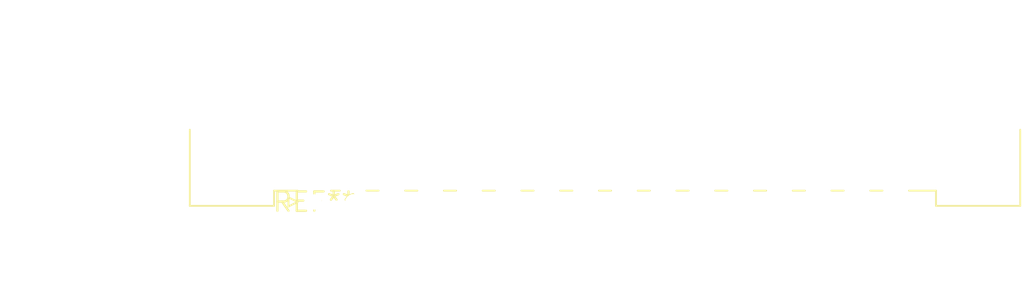
<source format=kicad_pcb>
(kicad_pcb (version 20240108) (generator pcbnew)
  (layers (0 "F.Cu" signal) (31 "B.Cu" signal) (34 "B.Paste" user) (35 "F.Paste" user) (36 "B.SilkS" user "B.Silkscreen") (37 "F.SilkS" user "F.Silkscreen") (38 "B.Mask" user) (39 "F.Mask" user) (44 "Edge.Cuts" user))
  (net 0 "")
  (footprint "DIN41612_R2_2x16_Female_Horizontal_THT" (layer "F.Cu") (at 0 0)
    (property "Reference" "REF**")
    (property "Value" "DIN41612_R2_2x16_Female_Horizontal_THT")
    (fp_line (start -8.16 -4.74) (end -8.16 0.26) (layer "F.SilkS") (stroke (width 0.12)))
    (fp_line (start -8.16 0.26) (end -2.64 0.26) (layer "F.SilkS") (stroke (width 0.12)))
    (fp_line (start -2.64 -0.74) (end -1.095 -0.74) (layer "F.SilkS") (stroke (width 0.12)))
    (fp_line (start -2.64 0.26) (end -2.64 -0.74) (layer "F.SilkS") (stroke (width 0.12)))
    (fp_line (start -1.695 -0.3) (end -1.695 0.3) (layer "F.SilkS") (stroke (width 0.12)))
    (fp_line (start -1.695 0.3) (end -1.095 0) (layer "F.SilkS") (stroke (width 0.12)))
    (fp_line (start -1.095 0) (end -1.695 -0.3) (layer "F.SilkS") (stroke (width 0.12)))
    (fp_line (start 1.095 -0.74) (end 1.671 -0.74) (layer "F.SilkS") (stroke (width 0.12)))
    (fp_line (start 3.41 -0.74) (end 4.211 -0.74) (layer "F.SilkS") (stroke (width 0.12)))
    (fp_line (start 5.95 -0.74) (end 6.751 -0.74) (layer "F.SilkS") (stroke (width 0.12)))
    (fp_line (start 8.49 -0.74) (end 9.291 -0.74) (layer "F.SilkS") (stroke (width 0.12)))
    (fp_line (start 11.03 -0.74) (end 11.831 -0.74) (layer "F.SilkS") (stroke (width 0.12)))
    (fp_line (start 13.57 -0.74) (end 14.371 -0.74) (layer "F.SilkS") (stroke (width 0.12)))
    (fp_line (start 16.11 -0.74) (end 16.911 -0.74) (layer "F.SilkS") (stroke (width 0.12)))
    (fp_line (start 18.65 -0.74) (end 19.451 -0.74) (layer "F.SilkS") (stroke (width 0.12)))
    (fp_line (start 21.19 -0.74) (end 21.991 -0.74) (layer "F.SilkS") (stroke (width 0.12)))
    (fp_line (start 23.73 -0.74) (end 24.531 -0.74) (layer "F.SilkS") (stroke (width 0.12)))
    (fp_line (start 26.27 -0.74) (end 27.071 -0.74) (layer "F.SilkS") (stroke (width 0.12)))
    (fp_line (start 28.81 -0.74) (end 29.611 -0.74) (layer "F.SilkS") (stroke (width 0.12)))
    (fp_line (start 31.35 -0.74) (end 32.151 -0.74) (layer "F.SilkS") (stroke (width 0.12)))
    (fp_line (start 33.89 -0.74) (end 34.691 -0.74) (layer "F.SilkS") (stroke (width 0.12)))
    (fp_line (start 36.43 -0.74) (end 37.231 -0.74) (layer "F.SilkS") (stroke (width 0.12)))
    (fp_line (start 38.97 -0.74) (end 40.74 -0.74) (layer "F.SilkS") (stroke (width 0.12)))
    (fp_line (start 40.74 0.26) (end 40.74 -0.74) (layer "F.SilkS") (stroke (width 0.12)))
    (fp_line (start 46.26 -4.74) (end 46.26 0.26) (layer "F.SilkS") (stroke (width 0.12)))
    (fp_line (start 46.26 0.26) (end 40.74 0.26) (layer "F.SilkS") (stroke (width 0.12)))
    (pad "" np_thru_hole circle (at -5.08 -2.54) (size 2.85 2.85) (drill 2.85) (layers *.Cu *.Mask))
    (pad "" np_thru_hole circle (at 43.18 -2.54) (size 2.85 2.85) (drill 2.85) (layers *.Cu *.Mask))
    (pad "a1" thru_hole roundrect (at 0 0) (size 1.55 1.55) (drill 1) (layers *.Cu *.Mask) (remove_unused_layers) (roundrect_rratio 0.16129))
    (pad "a2" thru_hole circle (at 2.54 0) (size 1.55 1.55) (drill 1) (layers *.Cu *.Mask) (remove_unused_layers))
    (pad "a3" thru_hole circle (at 5.08 0) (size 1.55 1.55) (drill 1) (layers *.Cu *.Mask) (remove_unused_layers))
    (pad "a4" thru_hole circle (at 7.62 0) (size 1.55 1.55) (drill 1) (layers *.Cu *.Mask) (remove_unused_layers))
    (pad "a5" thru_hole circle (at 10.16 0) (size 1.55 1.55) (drill 1) (layers *.Cu *.Mask) (remove_unused_layers))
    (pad "a6" thru_hole circle (at 12.7 0) (size 1.55 1.55) (drill 1) (layers *.Cu *.Mask) (remove_unused_layers))
    (pad "a7" thru_hole circle (at 15.24 0) (size 1.55 1.55) (drill 1) (layers *.Cu *.Mask) (remove_unused_layers))
    (pad "a8" thru_hole circle (at 17.78 0) (size 1.55 1.55) (drill 1) (layers *.Cu *.Mask) (remove_unused_layers))
    (pad "a9" thru_hole circle (at 20.32 0) (size 1.55 1.55) (drill 1) (layers *.Cu *.Mask) (remove_unused_layers))
    (pad "a10" thru_hole circle (at 22.86 0) (size 1.55 1.55) (drill 1) (layers *.Cu *.Mask) (remove_unused_layers))
    (pad "a11" thru_hole circle (at 25.4 0) (size 1.55 1.55) (drill 1) (layers *.Cu *.Mask) (remove_unused_layers))
    (pad "a12" thru_hole circle (at 27.94 0) (size 1.55 1.55) (drill 1) (layers *.Cu *.Mask) (remove_unused_layers))
    (pad "a13" thru_hole circle (at 30.48 0) (size 1.55 1.55) (drill 1) (layers *.Cu *.Mask) (remove_unused_layers))
    (pad "a14" thru_hole circle (at 33.02 0) (size 1.55 1.55) (drill 1) (layers *.Cu *.Mask) (remove_unused_layers))
    (pad "a15" thru_hole circle (at 35.56 0) (size 1.55 1.55) (drill 1) (layers *.Cu *.Mask) (remove_unused_layers))
    (pad "a16" thru_hole circle (at 38.1 0) (size 1.55 1.55) (drill 1) (layers *.Cu *.Mask) (remove_unused_layers))
    (pad "c1" thru_hole circle (at 0 5.08) (size 1.55 1.55) (drill 1) (layers *.Cu *.Mask) (remove_unused_layers))
    (pad "c2" thru_hole circle (at 2.54 5.08) (size 1.55 1.55) (drill 1) (layers *.Cu *.Mask) (remove_unused_layers))
    (pad "c3" thru_hole circle (at 5.08 5.08) (size 1.55 1.55) (drill 1) (layers *.Cu *.Mask) (remove_unused_layers))
    (pad "c4" thru_hole circle (at 7.62 5.08) (size 1.55 1.55) (drill 1) (layers *.Cu *.Mask) (remove_unused_layers))
    (pad "c5" thru_hole circle (at 10.16 5.08) (size 1.55 1.55) (drill 1) (layers *.Cu *.Mask) (remove_unused_layers))
    (pad "c6" thru_hole circle (at 12.7 5.08) (size 1.55 1.55) (drill 1) (layers *.Cu *.Mask) (remove_unused_layers))
    (pad "c7" thru_hole circle (at 15.24 5.08) (size 1.55 1.55) (drill 1) (layers *.Cu *.Mask) (remove_unused_layers))
    (pad "c8" thru_hole circle (at 17.78 5.08) (size 1.55 1.55) (drill 1) (layers *.Cu *.Mask) (remove_unused_layers))
    (pad "c9" thru_hole circle (at 20.32 5.08) (size 1.55 1.55) (drill 1) (layers *.Cu *.Mask) (remove_unused_layers))
    (pad "c10" thru_hole circle (at 22.86 5.08) (size 1.55 1.55) (drill 1) (layers *.Cu *.Mask) (remove_unused_layers))
    (pad "c11" thru_hole circle (at 25.4 5.08) (size 1.55 1.55) (drill 1) (layers *.Cu *.Mask) (remove_unused_layers))
    (pad "c12" thru_hole circle (at 27.94 5.08) (size 1.55 1.55) (drill 1) (layers *.Cu *.Mask) (remove_unused_layers))
    (pad "c13" thru_hole circle (at 30.48 5.08) (size 1.55 1.55) (drill 1) (layers *.Cu *.Mask) (remove_unused_layers))
    (pad "c14" thru_hole circle (at 33.02 5.08) (size 1.55 1.55) (drill 1) (layers *.Cu *.Mask) (remove_unused_layers))
    (pad "c15" thru_hole circle (at 35.56 5.08) (size 1.55 1.55) (drill 1) (layers *.Cu *.Mask) (remove_unused_layers))
    (pad "c16" thru_hole circle (at 38.1 5.08) (size 1.55 1.55) (drill 1) (layers *.Cu *.Mask) (remove_unused_layers))
  )
)
</source>
